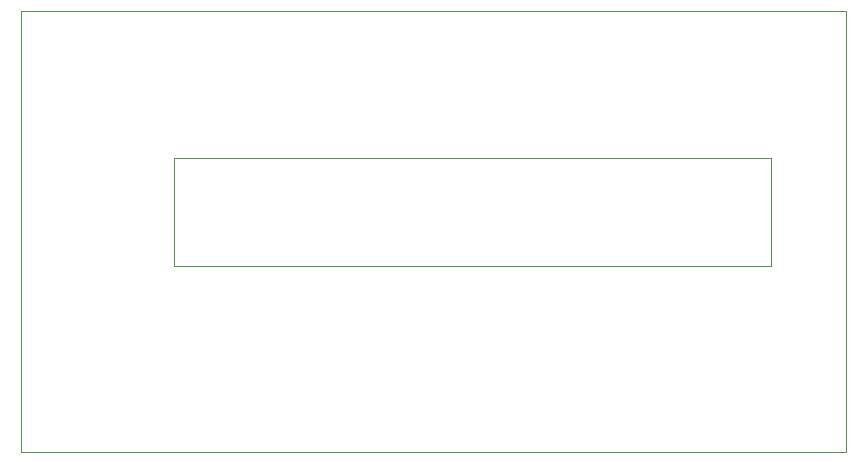
<source format=gbr>
%TF.GenerationSoftware,KiCad,Pcbnew,(5.1.10)-1*%
%TF.CreationDate,2021-07-18T21:09:21+08:00*%
%TF.ProjectId,2.5_SAS_Backend,322e355f-5341-4535-9f42-61636b656e64,rev?*%
%TF.SameCoordinates,Original*%
%TF.FileFunction,Profile,NP*%
%FSLAX46Y46*%
G04 Gerber Fmt 4.6, Leading zero omitted, Abs format (unit mm)*
G04 Created by KiCad (PCBNEW (5.1.10)-1) date 2021-07-18 21:09:21*
%MOMM*%
%LPD*%
G01*
G04 APERTURE LIST*
%TA.AperFunction,Profile*%
%ADD10C,0.050000*%
%TD*%
G04 APERTURE END LIST*
D10*
X95250000Y-51562000D02*
X95250000Y-42418000D01*
X95250000Y-42418000D02*
X44704000Y-42418000D01*
X44704000Y-51562000D02*
X95250000Y-51562000D01*
X44704000Y-42418000D02*
X44704000Y-51562000D01*
X44704000Y-42418000D02*
X44704000Y-42418000D01*
X101600000Y-67310000D02*
X101600000Y-29972000D01*
X101600000Y-29972000D02*
X31750000Y-29972000D01*
X31750000Y-67310000D02*
X101600000Y-67310000D01*
X31750000Y-29972000D02*
X31750000Y-67310000D01*
M02*

</source>
